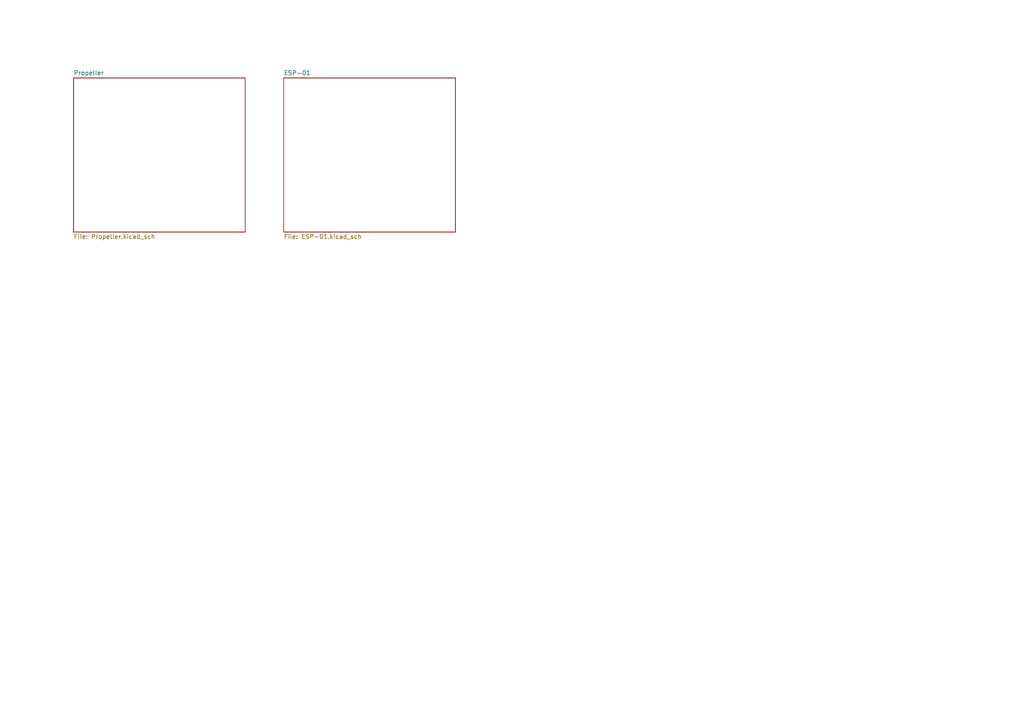
<source format=kicad_sch>
(kicad_sch (version 20211123) (generator eeschema)
  (paper "A4")
  (lib_symbols)
  (sheet (at 82.296 22.606) (size 49.784 44.704) (stroke (width 0.1524))
    (property "Sheet name" "ESP-01" (at 82.296 21.8944 0) (effects (justify left bottom)))
    (property "Sheet file" "ESP-01.kicad_sch" (at 82.296 67.8946 0) (effects (justify left top)))
  )
  (sheet (at 21.336 22.606) (size 49.784 44.704) (stroke (width 0.1524))
    (property "Sheet name" "Propeller" (at 21.336 21.8944 0) (effects (justify left bottom)))
    (property "Sheet file" "Propeller.kicad_sch" (at 21.336 67.8946 0) (effects (justify left top)))
  )
)
</source>
